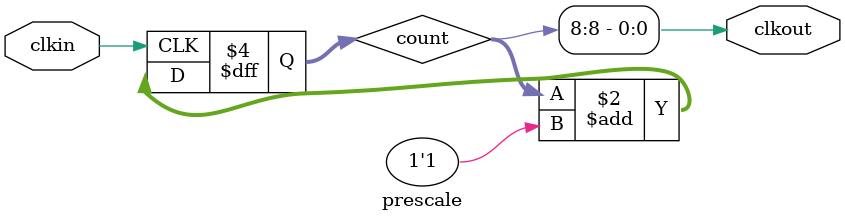
<source format=v>

module prescale(clkin,clkout);

parameter bitScale= 9;
input clkin;
output clkout;
reg [bitScale-1:0] count= 0;

assign clkout= count[bitScale-1];

always @(posedge (clkin))
	count<= count+1'b1;

endmodule
</source>
